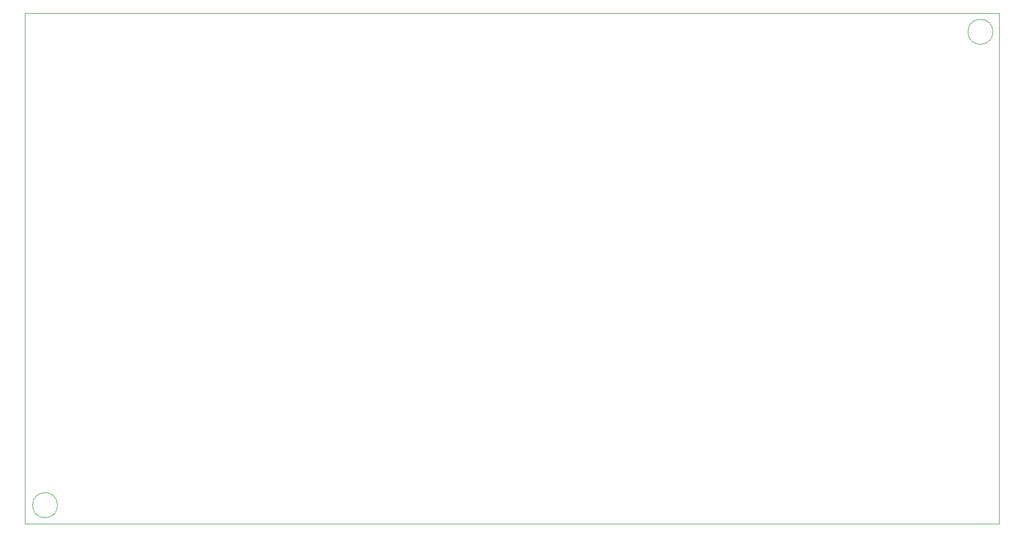
<source format=gbr>
%TF.GenerationSoftware,KiCad,Pcbnew,7.0.10-7.0.10~ubuntu22.04.1*%
%TF.CreationDate,2024-03-22T22:41:02+05:30*%
%TF.ProjectId,LEd_Display,4c45645f-4469-4737-906c-61792e6b6963,rev?*%
%TF.SameCoordinates,Original*%
%TF.FileFunction,Profile,NP*%
%FSLAX46Y46*%
G04 Gerber Fmt 4.6, Leading zero omitted, Abs format (unit mm)*
G04 Created by KiCad (PCBNEW 7.0.10-7.0.10~ubuntu22.04.1) date 2024-03-22 22:41:02*
%MOMM*%
%LPD*%
G01*
G04 APERTURE LIST*
%TA.AperFunction,Profile*%
%ADD10C,0.100000*%
%TD*%
G04 APERTURE END LIST*
D10*
X231250000Y-47250000D02*
G75*
G03*
X227250000Y-47250000I-2000000J0D01*
G01*
X227250000Y-47250000D02*
G75*
G03*
X231250000Y-47250000I2000000J0D01*
G01*
X81750000Y-123000000D02*
G75*
G03*
X77750000Y-123000000I-2000000J0D01*
G01*
X77750000Y-123000000D02*
G75*
G03*
X81750000Y-123000000I2000000J0D01*
G01*
X76500000Y-44250000D02*
X232250000Y-44250000D01*
X232250000Y-126000000D01*
X76500000Y-126000000D01*
X76500000Y-44250000D01*
M02*

</source>
